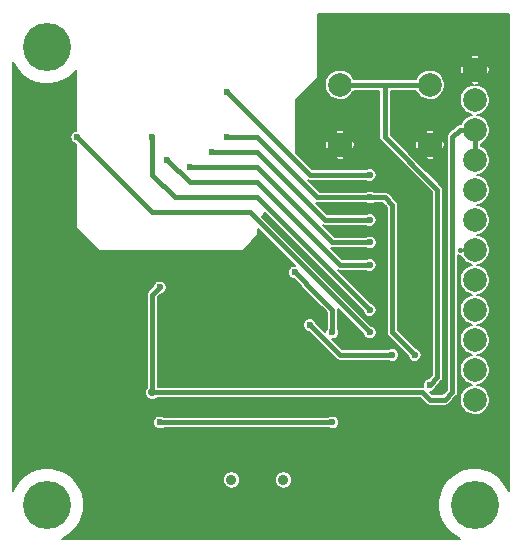
<source format=gbl>
G04 (created by PCBNEW (2013-may-18)-stable) date Fri 12 Dec 2014 10:12:50 AM CET*
%MOIN*%
G04 Gerber Fmt 3.4, Leading zero omitted, Abs format*
%FSLAX34Y34*%
G01*
G70*
G90*
G04 APERTURE LIST*
%ADD10C,0.00590551*%
%ADD11C,0.0354*%
%ADD12C,0.0787402*%
%ADD13C,0.16*%
%ADD14C,0.023622*%
%ADD15C,0.0275591*%
%ADD16C,0.015748*%
%ADD17C,0.00669291*%
G04 APERTURE END LIST*
G54D10*
G54D11*
X29634Y-38165D03*
X31366Y-38165D03*
G54D12*
X37750Y-35500D03*
X37750Y-34500D03*
X37750Y-33500D03*
X37750Y-32500D03*
X37750Y-31500D03*
X37750Y-30500D03*
X37750Y-29500D03*
X37750Y-28500D03*
X37750Y-27500D03*
X37750Y-26500D03*
X37750Y-25500D03*
X37750Y-24500D03*
X33250Y-27000D03*
X33250Y-25000D03*
X36250Y-27000D03*
X36250Y-25000D03*
G54D13*
X37750Y-39000D03*
X23500Y-39000D03*
X23500Y-23750D03*
G54D14*
X29500Y-25250D03*
X34250Y-28000D03*
X27250Y-36250D03*
X33000Y-36250D03*
X27750Y-39250D03*
X33250Y-39250D03*
X33250Y-37000D03*
X29500Y-26750D03*
X35750Y-34000D03*
X34250Y-28750D03*
X33000Y-33250D03*
X31750Y-31250D03*
X32250Y-33000D03*
X35000Y-34000D03*
X34250Y-32500D03*
X27000Y-26750D03*
X24500Y-26750D03*
X34250Y-33250D03*
X34250Y-31000D03*
X27500Y-27500D03*
X28250Y-27750D03*
X34250Y-30250D03*
X29000Y-27250D03*
X34250Y-29500D03*
X36250Y-35000D03*
G54D15*
X27000Y-35250D03*
G54D14*
X27250Y-31750D03*
G54D16*
X37250Y-30500D02*
X37250Y-30500D01*
X37250Y-30500D02*
X37250Y-30500D01*
X29500Y-25250D02*
X32250Y-28000D01*
X34250Y-28000D02*
X32250Y-28000D01*
X33000Y-36250D02*
X27250Y-36250D01*
X30500Y-26750D02*
X32500Y-28750D01*
X29500Y-26750D02*
X30500Y-26750D01*
X35000Y-33250D02*
X35750Y-34000D01*
X34750Y-28750D02*
X35000Y-29000D01*
X35000Y-29000D02*
X35000Y-33250D01*
X34750Y-28750D02*
X34250Y-28750D01*
X32500Y-28750D02*
X34250Y-28750D01*
X32500Y-32000D02*
X31750Y-31250D01*
X33000Y-32500D02*
X32500Y-32000D01*
X33000Y-33250D02*
X33000Y-32500D01*
X35000Y-34000D02*
X33250Y-34000D01*
X32250Y-33000D02*
X33250Y-34000D01*
X30500Y-28750D02*
X34250Y-32500D01*
X27000Y-26750D02*
X27000Y-28000D01*
X27000Y-28000D02*
X27750Y-28750D01*
X27750Y-28750D02*
X30500Y-28750D01*
X34250Y-32500D02*
X34250Y-32500D01*
X34250Y-32500D02*
X34250Y-32500D01*
X34250Y-32500D02*
X34250Y-32500D01*
X34250Y-33250D02*
X30250Y-29250D01*
X29000Y-29250D02*
X30250Y-29250D01*
X24500Y-26750D02*
X27000Y-29250D01*
X27000Y-29250D02*
X29000Y-29250D01*
X34250Y-33250D02*
X34250Y-33250D01*
X34250Y-33250D02*
X34250Y-33250D01*
X33250Y-31000D02*
X34250Y-31000D01*
X30500Y-28250D02*
X33250Y-31000D01*
X27500Y-27500D02*
X28250Y-28250D01*
X28250Y-28250D02*
X30500Y-28250D01*
X33250Y-31000D02*
X33250Y-31000D01*
X33250Y-31000D02*
X33250Y-31000D01*
X33000Y-30250D02*
X34250Y-30250D01*
X28250Y-27750D02*
X30500Y-27750D01*
X30500Y-27750D02*
X33000Y-30250D01*
X29000Y-27250D02*
X30500Y-27250D01*
X32750Y-29500D02*
X30500Y-27250D01*
X34250Y-29500D02*
X32750Y-29500D01*
X34750Y-25000D02*
X36250Y-25000D01*
X33250Y-25000D02*
X34750Y-25000D01*
X34750Y-26750D02*
X36500Y-28500D01*
X34750Y-25000D02*
X34750Y-26750D01*
X36500Y-34750D02*
X36500Y-28500D01*
X36250Y-35000D02*
X36500Y-34750D01*
X36500Y-28500D02*
X36500Y-28500D01*
X36500Y-28500D02*
X36500Y-28500D01*
X36500Y-28500D02*
X36500Y-28500D01*
X27000Y-35250D02*
X27000Y-32250D01*
X27000Y-32000D02*
X27250Y-31750D01*
X27000Y-32250D02*
X27000Y-32000D01*
X37750Y-26500D02*
X37750Y-27500D01*
X37000Y-35250D02*
X37000Y-26750D01*
X36750Y-35500D02*
X37000Y-35250D01*
X36250Y-35500D02*
X36000Y-35250D01*
X27000Y-35250D02*
X32250Y-35250D01*
X36000Y-35250D02*
X32250Y-35250D01*
X36250Y-35500D02*
X36750Y-35500D01*
X37250Y-26500D02*
X37750Y-26500D01*
X37000Y-26750D02*
X37250Y-26500D01*
G54D10*
G36*
X38879Y-38520D02*
X38838Y-38421D01*
X38705Y-38220D01*
X38536Y-38049D01*
X38336Y-37915D01*
X38255Y-37881D01*
X38255Y-35450D01*
X38236Y-35353D01*
X38198Y-35261D01*
X38143Y-35178D01*
X38074Y-35108D01*
X37991Y-35052D01*
X37900Y-35014D01*
X37829Y-34999D01*
X37886Y-34989D01*
X37979Y-34953D01*
X38062Y-34900D01*
X38134Y-34832D01*
X38192Y-34751D01*
X38232Y-34660D01*
X38254Y-34563D01*
X38255Y-34450D01*
X38236Y-34353D01*
X38198Y-34261D01*
X38143Y-34178D01*
X38074Y-34108D01*
X37991Y-34052D01*
X37900Y-34014D01*
X37829Y-33999D01*
X37886Y-33989D01*
X37979Y-33953D01*
X38062Y-33900D01*
X38134Y-33832D01*
X38192Y-33751D01*
X38232Y-33660D01*
X38254Y-33563D01*
X38255Y-33450D01*
X38236Y-33353D01*
X38198Y-33261D01*
X38143Y-33178D01*
X38074Y-33108D01*
X37991Y-33052D01*
X37900Y-33014D01*
X37829Y-32999D01*
X37886Y-32989D01*
X37979Y-32953D01*
X38062Y-32900D01*
X38134Y-32832D01*
X38192Y-32751D01*
X38232Y-32660D01*
X38254Y-32563D01*
X38255Y-32450D01*
X38236Y-32353D01*
X38198Y-32261D01*
X38143Y-32178D01*
X38074Y-32108D01*
X37991Y-32052D01*
X37900Y-32014D01*
X37829Y-31999D01*
X37886Y-31989D01*
X37979Y-31953D01*
X38062Y-31900D01*
X38134Y-31832D01*
X38192Y-31751D01*
X38232Y-31660D01*
X38254Y-31563D01*
X38255Y-31450D01*
X38236Y-31353D01*
X38198Y-31261D01*
X38143Y-31178D01*
X38074Y-31108D01*
X37991Y-31052D01*
X37900Y-31014D01*
X37829Y-30999D01*
X37886Y-30989D01*
X37979Y-30953D01*
X38062Y-30900D01*
X38134Y-30832D01*
X38192Y-30751D01*
X38232Y-30660D01*
X38254Y-30563D01*
X38255Y-30450D01*
X38236Y-30353D01*
X38198Y-30261D01*
X38143Y-30178D01*
X38074Y-30108D01*
X37991Y-30052D01*
X37900Y-30014D01*
X37829Y-29999D01*
X37886Y-29989D01*
X37979Y-29953D01*
X38062Y-29900D01*
X38134Y-29832D01*
X38192Y-29751D01*
X38232Y-29660D01*
X38254Y-29563D01*
X38255Y-29450D01*
X38236Y-29353D01*
X38198Y-29261D01*
X38143Y-29178D01*
X38074Y-29108D01*
X37991Y-29052D01*
X37900Y-29014D01*
X37829Y-28999D01*
X37886Y-28989D01*
X37979Y-28953D01*
X38062Y-28900D01*
X38134Y-28832D01*
X38192Y-28751D01*
X38232Y-28660D01*
X38254Y-28563D01*
X38255Y-28450D01*
X38236Y-28353D01*
X38198Y-28261D01*
X38143Y-28178D01*
X38074Y-28108D01*
X37991Y-28052D01*
X37900Y-28014D01*
X37829Y-27999D01*
X37886Y-27989D01*
X37979Y-27953D01*
X38062Y-27900D01*
X38134Y-27832D01*
X38192Y-27751D01*
X38232Y-27660D01*
X38254Y-27563D01*
X38255Y-27450D01*
X38236Y-27353D01*
X38198Y-27261D01*
X38143Y-27178D01*
X38074Y-27108D01*
X37991Y-27052D01*
X37940Y-27031D01*
X37940Y-26968D01*
X37979Y-26953D01*
X38062Y-26900D01*
X38134Y-26832D01*
X38192Y-26751D01*
X38232Y-26660D01*
X38254Y-26563D01*
X38255Y-26450D01*
X38236Y-26353D01*
X38198Y-26261D01*
X38143Y-26178D01*
X38074Y-26108D01*
X37991Y-26052D01*
X37900Y-26014D01*
X37829Y-25999D01*
X37886Y-25989D01*
X37979Y-25953D01*
X38062Y-25900D01*
X38134Y-25832D01*
X38192Y-25751D01*
X38232Y-25660D01*
X38254Y-25563D01*
X38255Y-25450D01*
X38246Y-25401D01*
X38246Y-24512D01*
X38239Y-24415D01*
X38234Y-24391D01*
X38192Y-24336D01*
X38028Y-24500D01*
X38192Y-24663D01*
X38234Y-24608D01*
X38246Y-24512D01*
X38246Y-25401D01*
X38236Y-25353D01*
X38198Y-25261D01*
X38143Y-25178D01*
X38074Y-25108D01*
X37991Y-25052D01*
X37900Y-25014D01*
X37803Y-24994D01*
X37767Y-24994D01*
X37834Y-24989D01*
X37858Y-24984D01*
X37913Y-24942D01*
X37913Y-24057D01*
X37858Y-24015D01*
X37762Y-24003D01*
X37665Y-24010D01*
X37641Y-24015D01*
X37586Y-24057D01*
X37750Y-24221D01*
X37913Y-24057D01*
X37913Y-24942D01*
X37750Y-24778D01*
X37586Y-24942D01*
X37641Y-24984D01*
X37717Y-24993D01*
X37703Y-24993D01*
X37606Y-25012D01*
X37514Y-25049D01*
X37471Y-25077D01*
X37471Y-24500D01*
X37307Y-24336D01*
X37265Y-24391D01*
X37253Y-24487D01*
X37260Y-24584D01*
X37265Y-24608D01*
X37307Y-24663D01*
X37471Y-24500D01*
X37471Y-25077D01*
X37431Y-25103D01*
X37360Y-25173D01*
X37304Y-25255D01*
X37265Y-25346D01*
X37244Y-25443D01*
X37243Y-25542D01*
X37261Y-25640D01*
X37297Y-25732D01*
X37351Y-25815D01*
X37420Y-25887D01*
X37501Y-25943D01*
X37592Y-25983D01*
X37669Y-26000D01*
X37606Y-26012D01*
X37514Y-26049D01*
X37431Y-26103D01*
X37360Y-26173D01*
X37304Y-26255D01*
X37281Y-26309D01*
X37250Y-26309D01*
X37232Y-26310D01*
X37214Y-26312D01*
X37213Y-26312D01*
X37212Y-26312D01*
X37196Y-26317D01*
X37179Y-26322D01*
X37178Y-26323D01*
X37177Y-26323D01*
X37161Y-26331D01*
X37146Y-26339D01*
X37145Y-26340D01*
X37144Y-26340D01*
X37130Y-26352D01*
X37116Y-26363D01*
X37115Y-26364D01*
X37115Y-26364D01*
X37115Y-26364D01*
X37114Y-26364D01*
X36864Y-26614D01*
X36853Y-26628D01*
X36842Y-26642D01*
X36841Y-26643D01*
X36841Y-26643D01*
X36832Y-26659D01*
X36824Y-26674D01*
X36824Y-26675D01*
X36823Y-26676D01*
X36818Y-26693D01*
X36813Y-26710D01*
X36813Y-26711D01*
X36812Y-26712D01*
X36811Y-26729D01*
X36809Y-26747D01*
X36809Y-26749D01*
X36809Y-26749D01*
X36809Y-26749D01*
X36809Y-26750D01*
X36809Y-35170D01*
X36746Y-35233D01*
X36746Y-27012D01*
X36739Y-26915D01*
X36734Y-26891D01*
X36692Y-26836D01*
X36528Y-27000D01*
X36692Y-27163D01*
X36734Y-27108D01*
X36746Y-27012D01*
X36746Y-35233D01*
X36670Y-35309D01*
X36329Y-35309D01*
X36250Y-35230D01*
X36267Y-35230D01*
X36312Y-35222D01*
X36354Y-35206D01*
X36392Y-35182D01*
X36425Y-35151D01*
X36451Y-35114D01*
X36469Y-35073D01*
X36476Y-35043D01*
X36635Y-34885D01*
X36646Y-34871D01*
X36657Y-34857D01*
X36658Y-34856D01*
X36658Y-34856D01*
X36667Y-34840D01*
X36675Y-34825D01*
X36675Y-34824D01*
X36676Y-34823D01*
X36681Y-34806D01*
X36686Y-34789D01*
X36686Y-34788D01*
X36687Y-34787D01*
X36688Y-34770D01*
X36690Y-34752D01*
X36690Y-34750D01*
X36690Y-34750D01*
X36690Y-34750D01*
X36690Y-34750D01*
X36690Y-28500D01*
X36689Y-28482D01*
X36687Y-28464D01*
X36687Y-28464D01*
X36687Y-28464D01*
X36687Y-28463D01*
X36687Y-28462D01*
X36682Y-28446D01*
X36677Y-28429D01*
X36677Y-28428D01*
X36677Y-28428D01*
X36676Y-28427D01*
X36676Y-28427D01*
X36668Y-28411D01*
X36660Y-28396D01*
X36659Y-28395D01*
X36659Y-28395D01*
X36659Y-28394D01*
X36659Y-28394D01*
X36647Y-28380D01*
X36636Y-28366D01*
X36636Y-28366D01*
X36636Y-28366D01*
X36636Y-28366D01*
X36635Y-28365D01*
X36635Y-28365D01*
X36635Y-28365D01*
X36635Y-28364D01*
X36413Y-28143D01*
X36413Y-27442D01*
X36413Y-26557D01*
X36358Y-26515D01*
X36262Y-26503D01*
X36165Y-26510D01*
X36141Y-26515D01*
X36086Y-26557D01*
X36250Y-26721D01*
X36413Y-26557D01*
X36413Y-27442D01*
X36250Y-27278D01*
X36086Y-27442D01*
X36141Y-27484D01*
X36237Y-27496D01*
X36334Y-27489D01*
X36358Y-27484D01*
X36413Y-27442D01*
X36413Y-28143D01*
X35971Y-27701D01*
X35971Y-27000D01*
X35807Y-26836D01*
X35765Y-26891D01*
X35753Y-26987D01*
X35760Y-27084D01*
X35765Y-27108D01*
X35807Y-27163D01*
X35971Y-27000D01*
X35971Y-27701D01*
X34940Y-26670D01*
X34940Y-25190D01*
X35781Y-25190D01*
X35797Y-25232D01*
X35851Y-25315D01*
X35920Y-25387D01*
X36001Y-25443D01*
X36092Y-25483D01*
X36189Y-25504D01*
X36289Y-25506D01*
X36386Y-25489D01*
X36479Y-25453D01*
X36562Y-25400D01*
X36634Y-25332D01*
X36692Y-25251D01*
X36732Y-25160D01*
X36754Y-25063D01*
X36755Y-24950D01*
X36736Y-24853D01*
X36698Y-24761D01*
X36643Y-24678D01*
X36574Y-24608D01*
X36491Y-24552D01*
X36400Y-24514D01*
X36303Y-24494D01*
X36203Y-24493D01*
X36106Y-24512D01*
X36014Y-24549D01*
X35931Y-24603D01*
X35860Y-24673D01*
X35804Y-24755D01*
X35781Y-24809D01*
X34750Y-24809D01*
X33718Y-24809D01*
X33698Y-24761D01*
X33643Y-24678D01*
X33574Y-24608D01*
X33491Y-24552D01*
X33400Y-24514D01*
X33303Y-24494D01*
X33203Y-24493D01*
X33106Y-24512D01*
X33014Y-24549D01*
X32931Y-24603D01*
X32860Y-24673D01*
X32804Y-24755D01*
X32765Y-24846D01*
X32744Y-24943D01*
X32743Y-25042D01*
X32761Y-25140D01*
X32797Y-25232D01*
X32851Y-25315D01*
X32920Y-25387D01*
X33001Y-25443D01*
X33092Y-25483D01*
X33189Y-25504D01*
X33289Y-25506D01*
X33386Y-25489D01*
X33479Y-25453D01*
X33562Y-25400D01*
X33634Y-25332D01*
X33692Y-25251D01*
X33718Y-25190D01*
X34559Y-25190D01*
X34559Y-26750D01*
X34560Y-26767D01*
X34562Y-26785D01*
X34562Y-26786D01*
X34562Y-26787D01*
X34567Y-26803D01*
X34572Y-26820D01*
X34573Y-26821D01*
X34573Y-26822D01*
X34581Y-26838D01*
X34589Y-26853D01*
X34590Y-26854D01*
X34590Y-26855D01*
X34602Y-26869D01*
X34613Y-26883D01*
X34614Y-26884D01*
X34614Y-26884D01*
X34614Y-26884D01*
X34614Y-26885D01*
X36309Y-28579D01*
X36309Y-34670D01*
X36206Y-34773D01*
X36184Y-34777D01*
X36142Y-34794D01*
X36104Y-34819D01*
X36072Y-34851D01*
X36047Y-34888D01*
X36029Y-34930D01*
X36020Y-34974D01*
X36019Y-35019D01*
X36027Y-35061D01*
X36020Y-35061D01*
X36002Y-35059D01*
X36000Y-35059D01*
X36000Y-35059D01*
X36000Y-35059D01*
X36000Y-35059D01*
X32250Y-35059D01*
X27190Y-35059D01*
X27190Y-32250D01*
X27190Y-32079D01*
X27293Y-31976D01*
X27312Y-31972D01*
X27354Y-31956D01*
X27392Y-31932D01*
X27425Y-31901D01*
X27451Y-31864D01*
X27469Y-31823D01*
X27479Y-31779D01*
X27480Y-31727D01*
X27471Y-31683D01*
X27454Y-31641D01*
X27429Y-31603D01*
X27397Y-31571D01*
X27360Y-31546D01*
X27318Y-31528D01*
X27274Y-31519D01*
X27229Y-31519D01*
X27184Y-31527D01*
X27142Y-31544D01*
X27104Y-31569D01*
X27072Y-31601D01*
X27047Y-31638D01*
X27029Y-31680D01*
X27023Y-31706D01*
X26864Y-31864D01*
X26853Y-31878D01*
X26842Y-31892D01*
X26841Y-31893D01*
X26841Y-31893D01*
X26832Y-31909D01*
X26824Y-31924D01*
X26824Y-31925D01*
X26823Y-31926D01*
X26818Y-31943D01*
X26813Y-31960D01*
X26813Y-31961D01*
X26812Y-31962D01*
X26811Y-31979D01*
X26809Y-31997D01*
X26809Y-31999D01*
X26809Y-31999D01*
X26809Y-31999D01*
X26809Y-32000D01*
X26809Y-32250D01*
X26809Y-35087D01*
X26807Y-35088D01*
X26779Y-35128D01*
X26760Y-35174D01*
X26750Y-35221D01*
X26749Y-35271D01*
X26758Y-35319D01*
X26776Y-35364D01*
X26803Y-35406D01*
X26837Y-35441D01*
X26877Y-35469D01*
X26922Y-35488D01*
X26970Y-35499D01*
X27019Y-35500D01*
X27067Y-35491D01*
X27113Y-35474D01*
X27154Y-35447D01*
X27162Y-35440D01*
X32250Y-35440D01*
X35920Y-35440D01*
X36114Y-35635D01*
X36128Y-35646D01*
X36142Y-35657D01*
X36143Y-35658D01*
X36143Y-35658D01*
X36159Y-35667D01*
X36174Y-35675D01*
X36175Y-35675D01*
X36176Y-35676D01*
X36193Y-35681D01*
X36210Y-35686D01*
X36211Y-35686D01*
X36212Y-35687D01*
X36229Y-35688D01*
X36247Y-35690D01*
X36249Y-35690D01*
X36249Y-35690D01*
X36249Y-35690D01*
X36250Y-35690D01*
X36750Y-35690D01*
X36767Y-35689D01*
X36785Y-35687D01*
X36786Y-35687D01*
X36787Y-35687D01*
X36803Y-35682D01*
X36820Y-35677D01*
X36821Y-35676D01*
X36822Y-35676D01*
X36838Y-35668D01*
X36853Y-35660D01*
X36854Y-35659D01*
X36855Y-35659D01*
X36869Y-35647D01*
X36883Y-35636D01*
X36884Y-35635D01*
X36884Y-35635D01*
X36884Y-35635D01*
X36885Y-35635D01*
X37135Y-35385D01*
X37146Y-35371D01*
X37157Y-35357D01*
X37158Y-35356D01*
X37158Y-35356D01*
X37167Y-35340D01*
X37175Y-35325D01*
X37175Y-35324D01*
X37176Y-35323D01*
X37181Y-35306D01*
X37186Y-35289D01*
X37186Y-35288D01*
X37187Y-35287D01*
X37188Y-35270D01*
X37190Y-35252D01*
X37190Y-35250D01*
X37190Y-35250D01*
X37190Y-35250D01*
X37190Y-35250D01*
X37190Y-30680D01*
X37210Y-30686D01*
X37247Y-30690D01*
X37250Y-30690D01*
X37280Y-30687D01*
X37297Y-30732D01*
X37351Y-30815D01*
X37420Y-30887D01*
X37501Y-30943D01*
X37592Y-30983D01*
X37669Y-31000D01*
X37606Y-31012D01*
X37514Y-31049D01*
X37431Y-31103D01*
X37360Y-31173D01*
X37304Y-31255D01*
X37265Y-31346D01*
X37244Y-31443D01*
X37243Y-31542D01*
X37261Y-31640D01*
X37297Y-31732D01*
X37351Y-31815D01*
X37420Y-31887D01*
X37501Y-31943D01*
X37592Y-31983D01*
X37669Y-32000D01*
X37606Y-32012D01*
X37514Y-32049D01*
X37431Y-32103D01*
X37360Y-32173D01*
X37304Y-32255D01*
X37265Y-32346D01*
X37244Y-32443D01*
X37243Y-32542D01*
X37261Y-32640D01*
X37297Y-32732D01*
X37351Y-32815D01*
X37420Y-32887D01*
X37501Y-32943D01*
X37592Y-32983D01*
X37669Y-33000D01*
X37606Y-33012D01*
X37514Y-33049D01*
X37431Y-33103D01*
X37360Y-33173D01*
X37304Y-33255D01*
X37265Y-33346D01*
X37244Y-33443D01*
X37243Y-33542D01*
X37261Y-33640D01*
X37297Y-33732D01*
X37351Y-33815D01*
X37420Y-33887D01*
X37501Y-33943D01*
X37592Y-33983D01*
X37669Y-34000D01*
X37606Y-34012D01*
X37514Y-34049D01*
X37431Y-34103D01*
X37360Y-34173D01*
X37304Y-34255D01*
X37265Y-34346D01*
X37244Y-34443D01*
X37243Y-34542D01*
X37261Y-34640D01*
X37297Y-34732D01*
X37351Y-34815D01*
X37420Y-34887D01*
X37501Y-34943D01*
X37592Y-34983D01*
X37669Y-35000D01*
X37606Y-35012D01*
X37514Y-35049D01*
X37431Y-35103D01*
X37360Y-35173D01*
X37304Y-35255D01*
X37265Y-35346D01*
X37244Y-35443D01*
X37243Y-35542D01*
X37261Y-35640D01*
X37297Y-35732D01*
X37351Y-35815D01*
X37420Y-35887D01*
X37501Y-35943D01*
X37592Y-35983D01*
X37689Y-36004D01*
X37789Y-36006D01*
X37886Y-35989D01*
X37979Y-35953D01*
X38062Y-35900D01*
X38134Y-35832D01*
X38192Y-35751D01*
X38232Y-35660D01*
X38254Y-35563D01*
X38255Y-35450D01*
X38255Y-37881D01*
X38114Y-37822D01*
X37878Y-37773D01*
X37638Y-37771D01*
X37401Y-37817D01*
X37178Y-37907D01*
X36977Y-38038D01*
X36805Y-38207D01*
X36669Y-38405D01*
X36574Y-38627D01*
X36524Y-38862D01*
X36521Y-39103D01*
X36564Y-39339D01*
X36653Y-39563D01*
X36783Y-39765D01*
X36950Y-39939D01*
X37148Y-40076D01*
X37270Y-40129D01*
X33230Y-40129D01*
X33230Y-36227D01*
X33221Y-36183D01*
X33204Y-36141D01*
X33179Y-36103D01*
X33147Y-36071D01*
X33110Y-36046D01*
X33068Y-36028D01*
X33024Y-36019D01*
X32979Y-36019D01*
X32934Y-36027D01*
X32892Y-36044D01*
X32871Y-36059D01*
X27378Y-36059D01*
X27360Y-36046D01*
X27318Y-36028D01*
X27274Y-36019D01*
X27229Y-36019D01*
X27184Y-36027D01*
X27142Y-36044D01*
X27104Y-36069D01*
X27072Y-36101D01*
X27047Y-36138D01*
X27029Y-36180D01*
X27020Y-36224D01*
X27019Y-36269D01*
X27027Y-36313D01*
X27044Y-36355D01*
X27068Y-36393D01*
X27100Y-36426D01*
X27137Y-36452D01*
X27178Y-36470D01*
X27222Y-36479D01*
X27267Y-36480D01*
X27312Y-36472D01*
X27354Y-36456D01*
X27378Y-36440D01*
X32871Y-36440D01*
X32887Y-36452D01*
X32928Y-36470D01*
X32972Y-36479D01*
X33017Y-36480D01*
X33062Y-36472D01*
X33104Y-36456D01*
X33142Y-36432D01*
X33175Y-36401D01*
X33201Y-36364D01*
X33219Y-36323D01*
X33229Y-36279D01*
X33230Y-36227D01*
X33230Y-40129D01*
X31655Y-40129D01*
X31655Y-38136D01*
X31644Y-38081D01*
X31622Y-38028D01*
X31591Y-37981D01*
X31551Y-37941D01*
X31504Y-37909D01*
X31451Y-37887D01*
X31396Y-37875D01*
X31339Y-37875D01*
X31283Y-37886D01*
X31231Y-37907D01*
X31183Y-37938D01*
X31143Y-37978D01*
X31111Y-38025D01*
X31088Y-38077D01*
X31077Y-38132D01*
X31076Y-38189D01*
X31086Y-38245D01*
X31107Y-38297D01*
X31138Y-38345D01*
X31177Y-38386D01*
X31224Y-38418D01*
X31276Y-38441D01*
X31331Y-38453D01*
X31388Y-38454D01*
X31444Y-38444D01*
X31497Y-38424D01*
X31544Y-38393D01*
X31585Y-38354D01*
X31618Y-38308D01*
X31641Y-38256D01*
X31654Y-38201D01*
X31655Y-38136D01*
X31655Y-40129D01*
X29923Y-40129D01*
X29923Y-38136D01*
X29912Y-38081D01*
X29890Y-38028D01*
X29859Y-37981D01*
X29819Y-37941D01*
X29772Y-37909D01*
X29719Y-37887D01*
X29664Y-37875D01*
X29607Y-37875D01*
X29551Y-37886D01*
X29499Y-37907D01*
X29451Y-37938D01*
X29411Y-37978D01*
X29379Y-38025D01*
X29356Y-38077D01*
X29345Y-38132D01*
X29344Y-38189D01*
X29354Y-38245D01*
X29375Y-38297D01*
X29406Y-38345D01*
X29445Y-38386D01*
X29492Y-38418D01*
X29544Y-38441D01*
X29599Y-38453D01*
X29656Y-38454D01*
X29712Y-38444D01*
X29765Y-38424D01*
X29812Y-38393D01*
X29853Y-38354D01*
X29886Y-38308D01*
X29909Y-38256D01*
X29922Y-38201D01*
X29923Y-38136D01*
X29923Y-40129D01*
X23980Y-40129D01*
X24055Y-40100D01*
X24259Y-39971D01*
X24433Y-39805D01*
X24572Y-39609D01*
X24670Y-39389D01*
X24723Y-39154D01*
X24727Y-38879D01*
X24680Y-38643D01*
X24588Y-38421D01*
X24455Y-38220D01*
X24286Y-38049D01*
X24086Y-37915D01*
X23864Y-37822D01*
X23628Y-37773D01*
X23388Y-37771D01*
X23151Y-37817D01*
X22928Y-37907D01*
X22727Y-38038D01*
X22555Y-38207D01*
X22419Y-38405D01*
X22370Y-38521D01*
X22370Y-24229D01*
X22403Y-24313D01*
X22533Y-24515D01*
X22700Y-24689D01*
X22898Y-24826D01*
X23118Y-24922D01*
X23353Y-24974D01*
X23594Y-24979D01*
X23831Y-24937D01*
X24055Y-24850D01*
X24259Y-24721D01*
X24433Y-24555D01*
X24466Y-24508D01*
X24466Y-26521D01*
X24434Y-26527D01*
X24392Y-26544D01*
X24354Y-26569D01*
X24322Y-26601D01*
X24297Y-26638D01*
X24279Y-26680D01*
X24270Y-26724D01*
X24269Y-26769D01*
X24277Y-26813D01*
X24294Y-26855D01*
X24318Y-26893D01*
X24350Y-26926D01*
X24387Y-26952D01*
X24428Y-26970D01*
X24456Y-26976D01*
X24466Y-26986D01*
X24466Y-29763D01*
X25236Y-30533D01*
X30013Y-30533D01*
X30533Y-30013D01*
X30533Y-29803D01*
X31749Y-31019D01*
X31729Y-31019D01*
X31684Y-31027D01*
X31642Y-31044D01*
X31604Y-31069D01*
X31572Y-31101D01*
X31547Y-31138D01*
X31529Y-31180D01*
X31520Y-31224D01*
X31519Y-31269D01*
X31527Y-31313D01*
X31544Y-31355D01*
X31568Y-31393D01*
X31600Y-31426D01*
X31637Y-31452D01*
X31678Y-31470D01*
X31706Y-31476D01*
X32364Y-32134D01*
X32364Y-32135D01*
X32809Y-32579D01*
X32809Y-33121D01*
X32797Y-33138D01*
X32779Y-33180D01*
X32770Y-33224D01*
X32769Y-33249D01*
X32476Y-32956D01*
X32471Y-32933D01*
X32454Y-32891D01*
X32429Y-32853D01*
X32397Y-32821D01*
X32360Y-32796D01*
X32318Y-32778D01*
X32274Y-32769D01*
X32229Y-32769D01*
X32184Y-32777D01*
X32142Y-32794D01*
X32104Y-32819D01*
X32072Y-32851D01*
X32047Y-32888D01*
X32029Y-32930D01*
X32020Y-32974D01*
X32019Y-33019D01*
X32027Y-33063D01*
X32044Y-33105D01*
X32068Y-33143D01*
X32100Y-33176D01*
X32137Y-33202D01*
X32178Y-33220D01*
X32206Y-33226D01*
X33114Y-34135D01*
X33128Y-34146D01*
X33142Y-34157D01*
X33143Y-34158D01*
X33143Y-34158D01*
X33159Y-34167D01*
X33174Y-34175D01*
X33175Y-34175D01*
X33176Y-34176D01*
X33193Y-34181D01*
X33210Y-34186D01*
X33211Y-34186D01*
X33212Y-34187D01*
X33229Y-34188D01*
X33247Y-34190D01*
X33249Y-34190D01*
X33249Y-34190D01*
X33249Y-34190D01*
X33250Y-34190D01*
X34871Y-34190D01*
X34887Y-34202D01*
X34928Y-34220D01*
X34972Y-34229D01*
X35017Y-34230D01*
X35062Y-34222D01*
X35104Y-34206D01*
X35142Y-34182D01*
X35175Y-34151D01*
X35201Y-34114D01*
X35219Y-34073D01*
X35229Y-34029D01*
X35230Y-33977D01*
X35221Y-33933D01*
X35204Y-33891D01*
X35179Y-33853D01*
X35147Y-33821D01*
X35110Y-33796D01*
X35068Y-33778D01*
X35024Y-33769D01*
X34979Y-33769D01*
X34934Y-33777D01*
X34892Y-33794D01*
X34871Y-33809D01*
X33329Y-33809D01*
X33000Y-33480D01*
X33017Y-33480D01*
X33062Y-33472D01*
X33104Y-33456D01*
X33142Y-33432D01*
X33175Y-33401D01*
X33201Y-33364D01*
X33219Y-33323D01*
X33229Y-33279D01*
X33230Y-33227D01*
X33221Y-33183D01*
X33204Y-33141D01*
X33190Y-33121D01*
X33190Y-32500D01*
X33189Y-32482D01*
X33187Y-32464D01*
X33187Y-32463D01*
X33187Y-32462D01*
X33184Y-32454D01*
X34023Y-33293D01*
X34027Y-33313D01*
X34044Y-33355D01*
X34068Y-33393D01*
X34100Y-33426D01*
X34137Y-33452D01*
X34178Y-33470D01*
X34222Y-33479D01*
X34267Y-33480D01*
X34312Y-33472D01*
X34354Y-33456D01*
X34392Y-33432D01*
X34425Y-33401D01*
X34451Y-33364D01*
X34469Y-33323D01*
X34479Y-33279D01*
X34480Y-33227D01*
X34471Y-33183D01*
X34454Y-33141D01*
X34429Y-33103D01*
X34397Y-33071D01*
X34360Y-33046D01*
X34318Y-33028D01*
X34293Y-33023D01*
X30658Y-29388D01*
X30763Y-29283D01*
X34023Y-32543D01*
X34027Y-32563D01*
X34044Y-32605D01*
X34068Y-32643D01*
X34100Y-32676D01*
X34137Y-32702D01*
X34178Y-32720D01*
X34222Y-32729D01*
X34267Y-32730D01*
X34312Y-32722D01*
X34354Y-32706D01*
X34392Y-32682D01*
X34425Y-32651D01*
X34451Y-32614D01*
X34469Y-32573D01*
X34479Y-32529D01*
X34480Y-32477D01*
X34471Y-32433D01*
X34454Y-32391D01*
X34429Y-32353D01*
X34397Y-32321D01*
X34360Y-32296D01*
X34318Y-32278D01*
X34293Y-32273D01*
X33205Y-31185D01*
X33210Y-31186D01*
X33211Y-31186D01*
X33212Y-31187D01*
X33229Y-31188D01*
X33247Y-31190D01*
X33249Y-31190D01*
X33249Y-31190D01*
X33249Y-31190D01*
X33250Y-31190D01*
X34121Y-31190D01*
X34137Y-31202D01*
X34178Y-31220D01*
X34222Y-31229D01*
X34267Y-31230D01*
X34312Y-31222D01*
X34354Y-31206D01*
X34392Y-31182D01*
X34425Y-31151D01*
X34451Y-31114D01*
X34469Y-31073D01*
X34479Y-31029D01*
X34480Y-30977D01*
X34471Y-30933D01*
X34454Y-30891D01*
X34429Y-30853D01*
X34397Y-30821D01*
X34360Y-30796D01*
X34318Y-30778D01*
X34274Y-30769D01*
X34229Y-30769D01*
X34184Y-30777D01*
X34142Y-30794D01*
X34121Y-30809D01*
X33329Y-30809D01*
X32955Y-30435D01*
X32960Y-30436D01*
X32961Y-30436D01*
X32962Y-30437D01*
X32979Y-30438D01*
X32997Y-30440D01*
X32999Y-30440D01*
X32999Y-30440D01*
X32999Y-30440D01*
X33000Y-30440D01*
X34121Y-30440D01*
X34137Y-30452D01*
X34178Y-30470D01*
X34222Y-30479D01*
X34267Y-30480D01*
X34312Y-30472D01*
X34354Y-30456D01*
X34392Y-30432D01*
X34425Y-30401D01*
X34451Y-30364D01*
X34469Y-30323D01*
X34479Y-30279D01*
X34480Y-30227D01*
X34471Y-30183D01*
X34454Y-30141D01*
X34429Y-30103D01*
X34397Y-30071D01*
X34360Y-30046D01*
X34318Y-30028D01*
X34274Y-30019D01*
X34229Y-30019D01*
X34184Y-30027D01*
X34142Y-30044D01*
X34121Y-30059D01*
X33079Y-30059D01*
X32705Y-29685D01*
X32710Y-29686D01*
X32711Y-29686D01*
X32712Y-29687D01*
X32729Y-29688D01*
X32747Y-29690D01*
X32749Y-29690D01*
X32749Y-29690D01*
X32749Y-29690D01*
X32750Y-29690D01*
X34121Y-29690D01*
X34137Y-29702D01*
X34178Y-29720D01*
X34222Y-29729D01*
X34267Y-29730D01*
X34312Y-29722D01*
X34354Y-29706D01*
X34392Y-29682D01*
X34425Y-29651D01*
X34451Y-29614D01*
X34469Y-29573D01*
X34479Y-29529D01*
X34480Y-29477D01*
X34471Y-29433D01*
X34454Y-29391D01*
X34429Y-29353D01*
X34397Y-29321D01*
X34360Y-29296D01*
X34318Y-29278D01*
X34274Y-29269D01*
X34229Y-29269D01*
X34184Y-29277D01*
X34142Y-29294D01*
X34121Y-29309D01*
X32829Y-29309D01*
X32455Y-28935D01*
X32460Y-28936D01*
X32461Y-28936D01*
X32462Y-28937D01*
X32479Y-28938D01*
X32497Y-28940D01*
X32499Y-28940D01*
X32499Y-28940D01*
X32499Y-28940D01*
X32500Y-28940D01*
X34121Y-28940D01*
X34137Y-28952D01*
X34178Y-28970D01*
X34222Y-28979D01*
X34267Y-28980D01*
X34312Y-28972D01*
X34354Y-28956D01*
X34378Y-28940D01*
X34670Y-28940D01*
X34809Y-29079D01*
X34809Y-33250D01*
X34810Y-33267D01*
X34812Y-33285D01*
X34812Y-33286D01*
X34812Y-33287D01*
X34817Y-33303D01*
X34822Y-33320D01*
X34823Y-33321D01*
X34823Y-33322D01*
X34831Y-33338D01*
X34839Y-33353D01*
X34840Y-33354D01*
X34840Y-33355D01*
X34852Y-33369D01*
X34863Y-33383D01*
X34864Y-33384D01*
X34864Y-33384D01*
X34864Y-33384D01*
X34864Y-33385D01*
X35523Y-34043D01*
X35527Y-34063D01*
X35544Y-34105D01*
X35568Y-34143D01*
X35600Y-34176D01*
X35637Y-34202D01*
X35678Y-34220D01*
X35722Y-34229D01*
X35767Y-34230D01*
X35812Y-34222D01*
X35854Y-34206D01*
X35892Y-34182D01*
X35925Y-34151D01*
X35951Y-34114D01*
X35969Y-34073D01*
X35979Y-34029D01*
X35980Y-33977D01*
X35971Y-33933D01*
X35954Y-33891D01*
X35929Y-33853D01*
X35897Y-33821D01*
X35860Y-33796D01*
X35818Y-33778D01*
X35793Y-33773D01*
X35190Y-33170D01*
X35190Y-29000D01*
X35189Y-28982D01*
X35187Y-28964D01*
X35187Y-28963D01*
X35187Y-28962D01*
X35182Y-28946D01*
X35177Y-28929D01*
X35176Y-28928D01*
X35176Y-28927D01*
X35168Y-28911D01*
X35160Y-28896D01*
X35159Y-28895D01*
X35159Y-28894D01*
X35147Y-28880D01*
X35136Y-28866D01*
X35135Y-28865D01*
X35135Y-28865D01*
X35135Y-28865D01*
X35135Y-28864D01*
X34885Y-28614D01*
X34871Y-28603D01*
X34857Y-28592D01*
X34856Y-28591D01*
X34856Y-28591D01*
X34840Y-28582D01*
X34825Y-28574D01*
X34824Y-28574D01*
X34823Y-28573D01*
X34806Y-28568D01*
X34789Y-28563D01*
X34788Y-28563D01*
X34787Y-28562D01*
X34770Y-28561D01*
X34752Y-28559D01*
X34750Y-28559D01*
X34750Y-28559D01*
X34750Y-28559D01*
X34750Y-28559D01*
X34378Y-28559D01*
X34360Y-28546D01*
X34318Y-28528D01*
X34274Y-28519D01*
X34229Y-28519D01*
X34184Y-28527D01*
X34142Y-28544D01*
X34121Y-28559D01*
X32579Y-28559D01*
X32205Y-28185D01*
X32210Y-28186D01*
X32211Y-28186D01*
X32212Y-28187D01*
X32229Y-28188D01*
X32247Y-28190D01*
X32249Y-28190D01*
X32249Y-28190D01*
X32249Y-28190D01*
X32250Y-28190D01*
X34121Y-28190D01*
X34137Y-28202D01*
X34178Y-28220D01*
X34222Y-28229D01*
X34267Y-28230D01*
X34312Y-28222D01*
X34354Y-28206D01*
X34392Y-28182D01*
X34425Y-28151D01*
X34451Y-28114D01*
X34469Y-28073D01*
X34479Y-28029D01*
X34480Y-27977D01*
X34471Y-27933D01*
X34454Y-27891D01*
X34429Y-27853D01*
X34397Y-27821D01*
X34360Y-27796D01*
X34318Y-27778D01*
X34274Y-27769D01*
X34229Y-27769D01*
X34184Y-27777D01*
X34142Y-27794D01*
X34121Y-27809D01*
X33746Y-27809D01*
X33746Y-27012D01*
X33739Y-26915D01*
X33734Y-26891D01*
X33692Y-26836D01*
X33528Y-27000D01*
X33692Y-27163D01*
X33734Y-27108D01*
X33746Y-27012D01*
X33746Y-27809D01*
X33413Y-27809D01*
X33413Y-27442D01*
X33413Y-26557D01*
X33358Y-26515D01*
X33262Y-26503D01*
X33165Y-26510D01*
X33141Y-26515D01*
X33086Y-26557D01*
X33250Y-26721D01*
X33413Y-26557D01*
X33413Y-27442D01*
X33250Y-27278D01*
X33086Y-27442D01*
X33141Y-27484D01*
X33237Y-27496D01*
X33334Y-27489D01*
X33358Y-27484D01*
X33413Y-27442D01*
X33413Y-27809D01*
X32971Y-27809D01*
X32971Y-27000D01*
X32807Y-26836D01*
X32765Y-26891D01*
X32753Y-26987D01*
X32760Y-27084D01*
X32765Y-27108D01*
X32807Y-27163D01*
X32971Y-27000D01*
X32971Y-27809D01*
X32329Y-27809D01*
X31783Y-27263D01*
X31783Y-25513D01*
X32533Y-24763D01*
X32533Y-22620D01*
X38879Y-22620D01*
X38879Y-38520D01*
X38879Y-38520D01*
G37*
G54D17*
X38879Y-38520D02*
X38838Y-38421D01*
X38705Y-38220D01*
X38536Y-38049D01*
X38336Y-37915D01*
X38255Y-37881D01*
X38255Y-35450D01*
X38236Y-35353D01*
X38198Y-35261D01*
X38143Y-35178D01*
X38074Y-35108D01*
X37991Y-35052D01*
X37900Y-35014D01*
X37829Y-34999D01*
X37886Y-34989D01*
X37979Y-34953D01*
X38062Y-34900D01*
X38134Y-34832D01*
X38192Y-34751D01*
X38232Y-34660D01*
X38254Y-34563D01*
X38255Y-34450D01*
X38236Y-34353D01*
X38198Y-34261D01*
X38143Y-34178D01*
X38074Y-34108D01*
X37991Y-34052D01*
X37900Y-34014D01*
X37829Y-33999D01*
X37886Y-33989D01*
X37979Y-33953D01*
X38062Y-33900D01*
X38134Y-33832D01*
X38192Y-33751D01*
X38232Y-33660D01*
X38254Y-33563D01*
X38255Y-33450D01*
X38236Y-33353D01*
X38198Y-33261D01*
X38143Y-33178D01*
X38074Y-33108D01*
X37991Y-33052D01*
X37900Y-33014D01*
X37829Y-32999D01*
X37886Y-32989D01*
X37979Y-32953D01*
X38062Y-32900D01*
X38134Y-32832D01*
X38192Y-32751D01*
X38232Y-32660D01*
X38254Y-32563D01*
X38255Y-32450D01*
X38236Y-32353D01*
X38198Y-32261D01*
X38143Y-32178D01*
X38074Y-32108D01*
X37991Y-32052D01*
X37900Y-32014D01*
X37829Y-31999D01*
X37886Y-31989D01*
X37979Y-31953D01*
X38062Y-31900D01*
X38134Y-31832D01*
X38192Y-31751D01*
X38232Y-31660D01*
X38254Y-31563D01*
X38255Y-31450D01*
X38236Y-31353D01*
X38198Y-31261D01*
X38143Y-31178D01*
X38074Y-31108D01*
X37991Y-31052D01*
X37900Y-31014D01*
X37829Y-30999D01*
X37886Y-30989D01*
X37979Y-30953D01*
X38062Y-30900D01*
X38134Y-30832D01*
X38192Y-30751D01*
X38232Y-30660D01*
X38254Y-30563D01*
X38255Y-30450D01*
X38236Y-30353D01*
X38198Y-30261D01*
X38143Y-30178D01*
X38074Y-30108D01*
X37991Y-30052D01*
X37900Y-30014D01*
X37829Y-29999D01*
X37886Y-29989D01*
X37979Y-29953D01*
X38062Y-29900D01*
X38134Y-29832D01*
X38192Y-29751D01*
X38232Y-29660D01*
X38254Y-29563D01*
X38255Y-29450D01*
X38236Y-29353D01*
X38198Y-29261D01*
X38143Y-29178D01*
X38074Y-29108D01*
X37991Y-29052D01*
X37900Y-29014D01*
X37829Y-28999D01*
X37886Y-28989D01*
X37979Y-28953D01*
X38062Y-28900D01*
X38134Y-28832D01*
X38192Y-28751D01*
X38232Y-28660D01*
X38254Y-28563D01*
X38255Y-28450D01*
X38236Y-28353D01*
X38198Y-28261D01*
X38143Y-28178D01*
X38074Y-28108D01*
X37991Y-28052D01*
X37900Y-28014D01*
X37829Y-27999D01*
X37886Y-27989D01*
X37979Y-27953D01*
X38062Y-27900D01*
X38134Y-27832D01*
X38192Y-27751D01*
X38232Y-27660D01*
X38254Y-27563D01*
X38255Y-27450D01*
X38236Y-27353D01*
X38198Y-27261D01*
X38143Y-27178D01*
X38074Y-27108D01*
X37991Y-27052D01*
X37940Y-27031D01*
X37940Y-26968D01*
X37979Y-26953D01*
X38062Y-26900D01*
X38134Y-26832D01*
X38192Y-26751D01*
X38232Y-26660D01*
X38254Y-26563D01*
X38255Y-26450D01*
X38236Y-26353D01*
X38198Y-26261D01*
X38143Y-26178D01*
X38074Y-26108D01*
X37991Y-26052D01*
X37900Y-26014D01*
X37829Y-25999D01*
X37886Y-25989D01*
X37979Y-25953D01*
X38062Y-25900D01*
X38134Y-25832D01*
X38192Y-25751D01*
X38232Y-25660D01*
X38254Y-25563D01*
X38255Y-25450D01*
X38246Y-25401D01*
X38246Y-24512D01*
X38239Y-24415D01*
X38234Y-24391D01*
X38192Y-24336D01*
X38028Y-24500D01*
X38192Y-24663D01*
X38234Y-24608D01*
X38246Y-24512D01*
X38246Y-25401D01*
X38236Y-25353D01*
X38198Y-25261D01*
X38143Y-25178D01*
X38074Y-25108D01*
X37991Y-25052D01*
X37900Y-25014D01*
X37803Y-24994D01*
X37767Y-24994D01*
X37834Y-24989D01*
X37858Y-24984D01*
X37913Y-24942D01*
X37913Y-24057D01*
X37858Y-24015D01*
X37762Y-24003D01*
X37665Y-24010D01*
X37641Y-24015D01*
X37586Y-24057D01*
X37750Y-24221D01*
X37913Y-24057D01*
X37913Y-24942D01*
X37750Y-24778D01*
X37586Y-24942D01*
X37641Y-24984D01*
X37717Y-24993D01*
X37703Y-24993D01*
X37606Y-25012D01*
X37514Y-25049D01*
X37471Y-25077D01*
X37471Y-24500D01*
X37307Y-24336D01*
X37265Y-24391D01*
X37253Y-24487D01*
X37260Y-24584D01*
X37265Y-24608D01*
X37307Y-24663D01*
X37471Y-24500D01*
X37471Y-25077D01*
X37431Y-25103D01*
X37360Y-25173D01*
X37304Y-25255D01*
X37265Y-25346D01*
X37244Y-25443D01*
X37243Y-25542D01*
X37261Y-25640D01*
X37297Y-25732D01*
X37351Y-25815D01*
X37420Y-25887D01*
X37501Y-25943D01*
X37592Y-25983D01*
X37669Y-26000D01*
X37606Y-26012D01*
X37514Y-26049D01*
X37431Y-26103D01*
X37360Y-26173D01*
X37304Y-26255D01*
X37281Y-26309D01*
X37250Y-26309D01*
X37232Y-26310D01*
X37214Y-26312D01*
X37213Y-26312D01*
X37212Y-26312D01*
X37196Y-26317D01*
X37179Y-26322D01*
X37178Y-26323D01*
X37177Y-26323D01*
X37161Y-26331D01*
X37146Y-26339D01*
X37145Y-26340D01*
X37144Y-26340D01*
X37130Y-26352D01*
X37116Y-26363D01*
X37115Y-26364D01*
X37115Y-26364D01*
X37115Y-26364D01*
X37114Y-26364D01*
X36864Y-26614D01*
X36853Y-26628D01*
X36842Y-26642D01*
X36841Y-26643D01*
X36841Y-26643D01*
X36832Y-26659D01*
X36824Y-26674D01*
X36824Y-26675D01*
X36823Y-26676D01*
X36818Y-26693D01*
X36813Y-26710D01*
X36813Y-26711D01*
X36812Y-26712D01*
X36811Y-26729D01*
X36809Y-26747D01*
X36809Y-26749D01*
X36809Y-26749D01*
X36809Y-26749D01*
X36809Y-26750D01*
X36809Y-35170D01*
X36746Y-35233D01*
X36746Y-27012D01*
X36739Y-26915D01*
X36734Y-26891D01*
X36692Y-26836D01*
X36528Y-27000D01*
X36692Y-27163D01*
X36734Y-27108D01*
X36746Y-27012D01*
X36746Y-35233D01*
X36670Y-35309D01*
X36329Y-35309D01*
X36250Y-35230D01*
X36267Y-35230D01*
X36312Y-35222D01*
X36354Y-35206D01*
X36392Y-35182D01*
X36425Y-35151D01*
X36451Y-35114D01*
X36469Y-35073D01*
X36476Y-35043D01*
X36635Y-34885D01*
X36646Y-34871D01*
X36657Y-34857D01*
X36658Y-34856D01*
X36658Y-34856D01*
X36667Y-34840D01*
X36675Y-34825D01*
X36675Y-34824D01*
X36676Y-34823D01*
X36681Y-34806D01*
X36686Y-34789D01*
X36686Y-34788D01*
X36687Y-34787D01*
X36688Y-34770D01*
X36690Y-34752D01*
X36690Y-34750D01*
X36690Y-34750D01*
X36690Y-34750D01*
X36690Y-34750D01*
X36690Y-28500D01*
X36689Y-28482D01*
X36687Y-28464D01*
X36687Y-28464D01*
X36687Y-28464D01*
X36687Y-28463D01*
X36687Y-28462D01*
X36682Y-28446D01*
X36677Y-28429D01*
X36677Y-28428D01*
X36677Y-28428D01*
X36676Y-28427D01*
X36676Y-28427D01*
X36668Y-28411D01*
X36660Y-28396D01*
X36659Y-28395D01*
X36659Y-28395D01*
X36659Y-28394D01*
X36659Y-28394D01*
X36647Y-28380D01*
X36636Y-28366D01*
X36636Y-28366D01*
X36636Y-28366D01*
X36636Y-28366D01*
X36635Y-28365D01*
X36635Y-28365D01*
X36635Y-28365D01*
X36635Y-28364D01*
X36413Y-28143D01*
X36413Y-27442D01*
X36413Y-26557D01*
X36358Y-26515D01*
X36262Y-26503D01*
X36165Y-26510D01*
X36141Y-26515D01*
X36086Y-26557D01*
X36250Y-26721D01*
X36413Y-26557D01*
X36413Y-27442D01*
X36250Y-27278D01*
X36086Y-27442D01*
X36141Y-27484D01*
X36237Y-27496D01*
X36334Y-27489D01*
X36358Y-27484D01*
X36413Y-27442D01*
X36413Y-28143D01*
X35971Y-27701D01*
X35971Y-27000D01*
X35807Y-26836D01*
X35765Y-26891D01*
X35753Y-26987D01*
X35760Y-27084D01*
X35765Y-27108D01*
X35807Y-27163D01*
X35971Y-27000D01*
X35971Y-27701D01*
X34940Y-26670D01*
X34940Y-25190D01*
X35781Y-25190D01*
X35797Y-25232D01*
X35851Y-25315D01*
X35920Y-25387D01*
X36001Y-25443D01*
X36092Y-25483D01*
X36189Y-25504D01*
X36289Y-25506D01*
X36386Y-25489D01*
X36479Y-25453D01*
X36562Y-25400D01*
X36634Y-25332D01*
X36692Y-25251D01*
X36732Y-25160D01*
X36754Y-25063D01*
X36755Y-24950D01*
X36736Y-24853D01*
X36698Y-24761D01*
X36643Y-24678D01*
X36574Y-24608D01*
X36491Y-24552D01*
X36400Y-24514D01*
X36303Y-24494D01*
X36203Y-24493D01*
X36106Y-24512D01*
X36014Y-24549D01*
X35931Y-24603D01*
X35860Y-24673D01*
X35804Y-24755D01*
X35781Y-24809D01*
X34750Y-24809D01*
X33718Y-24809D01*
X33698Y-24761D01*
X33643Y-24678D01*
X33574Y-24608D01*
X33491Y-24552D01*
X33400Y-24514D01*
X33303Y-24494D01*
X33203Y-24493D01*
X33106Y-24512D01*
X33014Y-24549D01*
X32931Y-24603D01*
X32860Y-24673D01*
X32804Y-24755D01*
X32765Y-24846D01*
X32744Y-24943D01*
X32743Y-25042D01*
X32761Y-25140D01*
X32797Y-25232D01*
X32851Y-25315D01*
X32920Y-25387D01*
X33001Y-25443D01*
X33092Y-25483D01*
X33189Y-25504D01*
X33289Y-25506D01*
X33386Y-25489D01*
X33479Y-25453D01*
X33562Y-25400D01*
X33634Y-25332D01*
X33692Y-25251D01*
X33718Y-25190D01*
X34559Y-25190D01*
X34559Y-26750D01*
X34560Y-26767D01*
X34562Y-26785D01*
X34562Y-26786D01*
X34562Y-26787D01*
X34567Y-26803D01*
X34572Y-26820D01*
X34573Y-26821D01*
X34573Y-26822D01*
X34581Y-26838D01*
X34589Y-26853D01*
X34590Y-26854D01*
X34590Y-26855D01*
X34602Y-26869D01*
X34613Y-26883D01*
X34614Y-26884D01*
X34614Y-26884D01*
X34614Y-26884D01*
X34614Y-26885D01*
X36309Y-28579D01*
X36309Y-34670D01*
X36206Y-34773D01*
X36184Y-34777D01*
X36142Y-34794D01*
X36104Y-34819D01*
X36072Y-34851D01*
X36047Y-34888D01*
X36029Y-34930D01*
X36020Y-34974D01*
X36019Y-35019D01*
X36027Y-35061D01*
X36020Y-35061D01*
X36002Y-35059D01*
X36000Y-35059D01*
X36000Y-35059D01*
X36000Y-35059D01*
X36000Y-35059D01*
X32250Y-35059D01*
X27190Y-35059D01*
X27190Y-32250D01*
X27190Y-32079D01*
X27293Y-31976D01*
X27312Y-31972D01*
X27354Y-31956D01*
X27392Y-31932D01*
X27425Y-31901D01*
X27451Y-31864D01*
X27469Y-31823D01*
X27479Y-31779D01*
X27480Y-31727D01*
X27471Y-31683D01*
X27454Y-31641D01*
X27429Y-31603D01*
X27397Y-31571D01*
X27360Y-31546D01*
X27318Y-31528D01*
X27274Y-31519D01*
X27229Y-31519D01*
X27184Y-31527D01*
X27142Y-31544D01*
X27104Y-31569D01*
X27072Y-31601D01*
X27047Y-31638D01*
X27029Y-31680D01*
X27023Y-31706D01*
X26864Y-31864D01*
X26853Y-31878D01*
X26842Y-31892D01*
X26841Y-31893D01*
X26841Y-31893D01*
X26832Y-31909D01*
X26824Y-31924D01*
X26824Y-31925D01*
X26823Y-31926D01*
X26818Y-31943D01*
X26813Y-31960D01*
X26813Y-31961D01*
X26812Y-31962D01*
X26811Y-31979D01*
X26809Y-31997D01*
X26809Y-31999D01*
X26809Y-31999D01*
X26809Y-31999D01*
X26809Y-32000D01*
X26809Y-32250D01*
X26809Y-35087D01*
X26807Y-35088D01*
X26779Y-35128D01*
X26760Y-35174D01*
X26750Y-35221D01*
X26749Y-35271D01*
X26758Y-35319D01*
X26776Y-35364D01*
X26803Y-35406D01*
X26837Y-35441D01*
X26877Y-35469D01*
X26922Y-35488D01*
X26970Y-35499D01*
X27019Y-35500D01*
X27067Y-35491D01*
X27113Y-35474D01*
X27154Y-35447D01*
X27162Y-35440D01*
X32250Y-35440D01*
X35920Y-35440D01*
X36114Y-35635D01*
X36128Y-35646D01*
X36142Y-35657D01*
X36143Y-35658D01*
X36143Y-35658D01*
X36159Y-35667D01*
X36174Y-35675D01*
X36175Y-35675D01*
X36176Y-35676D01*
X36193Y-35681D01*
X36210Y-35686D01*
X36211Y-35686D01*
X36212Y-35687D01*
X36229Y-35688D01*
X36247Y-35690D01*
X36249Y-35690D01*
X36249Y-35690D01*
X36249Y-35690D01*
X36250Y-35690D01*
X36750Y-35690D01*
X36767Y-35689D01*
X36785Y-35687D01*
X36786Y-35687D01*
X36787Y-35687D01*
X36803Y-35682D01*
X36820Y-35677D01*
X36821Y-35676D01*
X36822Y-35676D01*
X36838Y-35668D01*
X36853Y-35660D01*
X36854Y-35659D01*
X36855Y-35659D01*
X36869Y-35647D01*
X36883Y-35636D01*
X36884Y-35635D01*
X36884Y-35635D01*
X36884Y-35635D01*
X36885Y-35635D01*
X37135Y-35385D01*
X37146Y-35371D01*
X37157Y-35357D01*
X37158Y-35356D01*
X37158Y-35356D01*
X37167Y-35340D01*
X37175Y-35325D01*
X37175Y-35324D01*
X37176Y-35323D01*
X37181Y-35306D01*
X37186Y-35289D01*
X37186Y-35288D01*
X37187Y-35287D01*
X37188Y-35270D01*
X37190Y-35252D01*
X37190Y-35250D01*
X37190Y-35250D01*
X37190Y-35250D01*
X37190Y-35250D01*
X37190Y-30680D01*
X37210Y-30686D01*
X37247Y-30690D01*
X37250Y-30690D01*
X37280Y-30687D01*
X37297Y-30732D01*
X37351Y-30815D01*
X37420Y-30887D01*
X37501Y-30943D01*
X37592Y-30983D01*
X37669Y-31000D01*
X37606Y-31012D01*
X37514Y-31049D01*
X37431Y-31103D01*
X37360Y-31173D01*
X37304Y-31255D01*
X37265Y-31346D01*
X37244Y-31443D01*
X37243Y-31542D01*
X37261Y-31640D01*
X37297Y-31732D01*
X37351Y-31815D01*
X37420Y-31887D01*
X37501Y-31943D01*
X37592Y-31983D01*
X37669Y-32000D01*
X37606Y-32012D01*
X37514Y-32049D01*
X37431Y-32103D01*
X37360Y-32173D01*
X37304Y-32255D01*
X37265Y-32346D01*
X37244Y-32443D01*
X37243Y-32542D01*
X37261Y-32640D01*
X37297Y-32732D01*
X37351Y-32815D01*
X37420Y-32887D01*
X37501Y-32943D01*
X37592Y-32983D01*
X37669Y-33000D01*
X37606Y-33012D01*
X37514Y-33049D01*
X37431Y-33103D01*
X37360Y-33173D01*
X37304Y-33255D01*
X37265Y-33346D01*
X37244Y-33443D01*
X37243Y-33542D01*
X37261Y-33640D01*
X37297Y-33732D01*
X37351Y-33815D01*
X37420Y-33887D01*
X37501Y-33943D01*
X37592Y-33983D01*
X37669Y-34000D01*
X37606Y-34012D01*
X37514Y-34049D01*
X37431Y-34103D01*
X37360Y-34173D01*
X37304Y-34255D01*
X37265Y-34346D01*
X37244Y-34443D01*
X37243Y-34542D01*
X37261Y-34640D01*
X37297Y-34732D01*
X37351Y-34815D01*
X37420Y-34887D01*
X37501Y-34943D01*
X37592Y-34983D01*
X37669Y-35000D01*
X37606Y-35012D01*
X37514Y-35049D01*
X37431Y-35103D01*
X37360Y-35173D01*
X37304Y-35255D01*
X37265Y-35346D01*
X37244Y-35443D01*
X37243Y-35542D01*
X37261Y-35640D01*
X37297Y-35732D01*
X37351Y-35815D01*
X37420Y-35887D01*
X37501Y-35943D01*
X37592Y-35983D01*
X37689Y-36004D01*
X37789Y-36006D01*
X37886Y-35989D01*
X37979Y-35953D01*
X38062Y-35900D01*
X38134Y-35832D01*
X38192Y-35751D01*
X38232Y-35660D01*
X38254Y-35563D01*
X38255Y-35450D01*
X38255Y-37881D01*
X38114Y-37822D01*
X37878Y-37773D01*
X37638Y-37771D01*
X37401Y-37817D01*
X37178Y-37907D01*
X36977Y-38038D01*
X36805Y-38207D01*
X36669Y-38405D01*
X36574Y-38627D01*
X36524Y-38862D01*
X36521Y-39103D01*
X36564Y-39339D01*
X36653Y-39563D01*
X36783Y-39765D01*
X36950Y-39939D01*
X37148Y-40076D01*
X37270Y-40129D01*
X33230Y-40129D01*
X33230Y-36227D01*
X33221Y-36183D01*
X33204Y-36141D01*
X33179Y-36103D01*
X33147Y-36071D01*
X33110Y-36046D01*
X33068Y-36028D01*
X33024Y-36019D01*
X32979Y-36019D01*
X32934Y-36027D01*
X32892Y-36044D01*
X32871Y-36059D01*
X27378Y-36059D01*
X27360Y-36046D01*
X27318Y-36028D01*
X27274Y-36019D01*
X27229Y-36019D01*
X27184Y-36027D01*
X27142Y-36044D01*
X27104Y-36069D01*
X27072Y-36101D01*
X27047Y-36138D01*
X27029Y-36180D01*
X27020Y-36224D01*
X27019Y-36269D01*
X27027Y-36313D01*
X27044Y-36355D01*
X27068Y-36393D01*
X27100Y-36426D01*
X27137Y-36452D01*
X27178Y-36470D01*
X27222Y-36479D01*
X27267Y-36480D01*
X27312Y-36472D01*
X27354Y-36456D01*
X27378Y-36440D01*
X32871Y-36440D01*
X32887Y-36452D01*
X32928Y-36470D01*
X32972Y-36479D01*
X33017Y-36480D01*
X33062Y-36472D01*
X33104Y-36456D01*
X33142Y-36432D01*
X33175Y-36401D01*
X33201Y-36364D01*
X33219Y-36323D01*
X33229Y-36279D01*
X33230Y-36227D01*
X33230Y-40129D01*
X31655Y-40129D01*
X31655Y-38136D01*
X31644Y-38081D01*
X31622Y-38028D01*
X31591Y-37981D01*
X31551Y-37941D01*
X31504Y-37909D01*
X31451Y-37887D01*
X31396Y-37875D01*
X31339Y-37875D01*
X31283Y-37886D01*
X31231Y-37907D01*
X31183Y-37938D01*
X31143Y-37978D01*
X31111Y-38025D01*
X31088Y-38077D01*
X31077Y-38132D01*
X31076Y-38189D01*
X31086Y-38245D01*
X31107Y-38297D01*
X31138Y-38345D01*
X31177Y-38386D01*
X31224Y-38418D01*
X31276Y-38441D01*
X31331Y-38453D01*
X31388Y-38454D01*
X31444Y-38444D01*
X31497Y-38424D01*
X31544Y-38393D01*
X31585Y-38354D01*
X31618Y-38308D01*
X31641Y-38256D01*
X31654Y-38201D01*
X31655Y-38136D01*
X31655Y-40129D01*
X29923Y-40129D01*
X29923Y-38136D01*
X29912Y-38081D01*
X29890Y-38028D01*
X29859Y-37981D01*
X29819Y-37941D01*
X29772Y-37909D01*
X29719Y-37887D01*
X29664Y-37875D01*
X29607Y-37875D01*
X29551Y-37886D01*
X29499Y-37907D01*
X29451Y-37938D01*
X29411Y-37978D01*
X29379Y-38025D01*
X29356Y-38077D01*
X29345Y-38132D01*
X29344Y-38189D01*
X29354Y-38245D01*
X29375Y-38297D01*
X29406Y-38345D01*
X29445Y-38386D01*
X29492Y-38418D01*
X29544Y-38441D01*
X29599Y-38453D01*
X29656Y-38454D01*
X29712Y-38444D01*
X29765Y-38424D01*
X29812Y-38393D01*
X29853Y-38354D01*
X29886Y-38308D01*
X29909Y-38256D01*
X29922Y-38201D01*
X29923Y-38136D01*
X29923Y-40129D01*
X23980Y-40129D01*
X24055Y-40100D01*
X24259Y-39971D01*
X24433Y-39805D01*
X24572Y-39609D01*
X24670Y-39389D01*
X24723Y-39154D01*
X24727Y-38879D01*
X24680Y-38643D01*
X24588Y-38421D01*
X24455Y-38220D01*
X24286Y-38049D01*
X24086Y-37915D01*
X23864Y-37822D01*
X23628Y-37773D01*
X23388Y-37771D01*
X23151Y-37817D01*
X22928Y-37907D01*
X22727Y-38038D01*
X22555Y-38207D01*
X22419Y-38405D01*
X22370Y-38521D01*
X22370Y-24229D01*
X22403Y-24313D01*
X22533Y-24515D01*
X22700Y-24689D01*
X22898Y-24826D01*
X23118Y-24922D01*
X23353Y-24974D01*
X23594Y-24979D01*
X23831Y-24937D01*
X24055Y-24850D01*
X24259Y-24721D01*
X24433Y-24555D01*
X24466Y-24508D01*
X24466Y-26521D01*
X24434Y-26527D01*
X24392Y-26544D01*
X24354Y-26569D01*
X24322Y-26601D01*
X24297Y-26638D01*
X24279Y-26680D01*
X24270Y-26724D01*
X24269Y-26769D01*
X24277Y-26813D01*
X24294Y-26855D01*
X24318Y-26893D01*
X24350Y-26926D01*
X24387Y-26952D01*
X24428Y-26970D01*
X24456Y-26976D01*
X24466Y-26986D01*
X24466Y-29763D01*
X25236Y-30533D01*
X30013Y-30533D01*
X30533Y-30013D01*
X30533Y-29803D01*
X31749Y-31019D01*
X31729Y-31019D01*
X31684Y-31027D01*
X31642Y-31044D01*
X31604Y-31069D01*
X31572Y-31101D01*
X31547Y-31138D01*
X31529Y-31180D01*
X31520Y-31224D01*
X31519Y-31269D01*
X31527Y-31313D01*
X31544Y-31355D01*
X31568Y-31393D01*
X31600Y-31426D01*
X31637Y-31452D01*
X31678Y-31470D01*
X31706Y-31476D01*
X32364Y-32134D01*
X32364Y-32135D01*
X32809Y-32579D01*
X32809Y-33121D01*
X32797Y-33138D01*
X32779Y-33180D01*
X32770Y-33224D01*
X32769Y-33249D01*
X32476Y-32956D01*
X32471Y-32933D01*
X32454Y-32891D01*
X32429Y-32853D01*
X32397Y-32821D01*
X32360Y-32796D01*
X32318Y-32778D01*
X32274Y-32769D01*
X32229Y-32769D01*
X32184Y-32777D01*
X32142Y-32794D01*
X32104Y-32819D01*
X32072Y-32851D01*
X32047Y-32888D01*
X32029Y-32930D01*
X32020Y-32974D01*
X32019Y-33019D01*
X32027Y-33063D01*
X32044Y-33105D01*
X32068Y-33143D01*
X32100Y-33176D01*
X32137Y-33202D01*
X32178Y-33220D01*
X32206Y-33226D01*
X33114Y-34135D01*
X33128Y-34146D01*
X33142Y-34157D01*
X33143Y-34158D01*
X33143Y-34158D01*
X33159Y-34167D01*
X33174Y-34175D01*
X33175Y-34175D01*
X33176Y-34176D01*
X33193Y-34181D01*
X33210Y-34186D01*
X33211Y-34186D01*
X33212Y-34187D01*
X33229Y-34188D01*
X33247Y-34190D01*
X33249Y-34190D01*
X33249Y-34190D01*
X33249Y-34190D01*
X33250Y-34190D01*
X34871Y-34190D01*
X34887Y-34202D01*
X34928Y-34220D01*
X34972Y-34229D01*
X35017Y-34230D01*
X35062Y-34222D01*
X35104Y-34206D01*
X35142Y-34182D01*
X35175Y-34151D01*
X35201Y-34114D01*
X35219Y-34073D01*
X35229Y-34029D01*
X35230Y-33977D01*
X35221Y-33933D01*
X35204Y-33891D01*
X35179Y-33853D01*
X35147Y-33821D01*
X35110Y-33796D01*
X35068Y-33778D01*
X35024Y-33769D01*
X34979Y-33769D01*
X34934Y-33777D01*
X34892Y-33794D01*
X34871Y-33809D01*
X33329Y-33809D01*
X33000Y-33480D01*
X33017Y-33480D01*
X33062Y-33472D01*
X33104Y-33456D01*
X33142Y-33432D01*
X33175Y-33401D01*
X33201Y-33364D01*
X33219Y-33323D01*
X33229Y-33279D01*
X33230Y-33227D01*
X33221Y-33183D01*
X33204Y-33141D01*
X33190Y-33121D01*
X33190Y-32500D01*
X33189Y-32482D01*
X33187Y-32464D01*
X33187Y-32463D01*
X33187Y-32462D01*
X33184Y-32454D01*
X34023Y-33293D01*
X34027Y-33313D01*
X34044Y-33355D01*
X34068Y-33393D01*
X34100Y-33426D01*
X34137Y-33452D01*
X34178Y-33470D01*
X34222Y-33479D01*
X34267Y-33480D01*
X34312Y-33472D01*
X34354Y-33456D01*
X34392Y-33432D01*
X34425Y-33401D01*
X34451Y-33364D01*
X34469Y-33323D01*
X34479Y-33279D01*
X34480Y-33227D01*
X34471Y-33183D01*
X34454Y-33141D01*
X34429Y-33103D01*
X34397Y-33071D01*
X34360Y-33046D01*
X34318Y-33028D01*
X34293Y-33023D01*
X30658Y-29388D01*
X30763Y-29283D01*
X34023Y-32543D01*
X34027Y-32563D01*
X34044Y-32605D01*
X34068Y-32643D01*
X34100Y-32676D01*
X34137Y-32702D01*
X34178Y-32720D01*
X34222Y-32729D01*
X34267Y-32730D01*
X34312Y-32722D01*
X34354Y-32706D01*
X34392Y-32682D01*
X34425Y-32651D01*
X34451Y-32614D01*
X34469Y-32573D01*
X34479Y-32529D01*
X34480Y-32477D01*
X34471Y-32433D01*
X34454Y-32391D01*
X34429Y-32353D01*
X34397Y-32321D01*
X34360Y-32296D01*
X34318Y-32278D01*
X34293Y-32273D01*
X33205Y-31185D01*
X33210Y-31186D01*
X33211Y-31186D01*
X33212Y-31187D01*
X33229Y-31188D01*
X33247Y-31190D01*
X33249Y-31190D01*
X33249Y-31190D01*
X33249Y-31190D01*
X33250Y-31190D01*
X34121Y-31190D01*
X34137Y-31202D01*
X34178Y-31220D01*
X34222Y-31229D01*
X34267Y-31230D01*
X34312Y-31222D01*
X34354Y-31206D01*
X34392Y-31182D01*
X34425Y-31151D01*
X34451Y-31114D01*
X34469Y-31073D01*
X34479Y-31029D01*
X34480Y-30977D01*
X34471Y-30933D01*
X34454Y-30891D01*
X34429Y-30853D01*
X34397Y-30821D01*
X34360Y-30796D01*
X34318Y-30778D01*
X34274Y-30769D01*
X34229Y-30769D01*
X34184Y-30777D01*
X34142Y-30794D01*
X34121Y-30809D01*
X33329Y-30809D01*
X32955Y-30435D01*
X32960Y-30436D01*
X32961Y-30436D01*
X32962Y-30437D01*
X32979Y-30438D01*
X32997Y-30440D01*
X32999Y-30440D01*
X32999Y-30440D01*
X32999Y-30440D01*
X33000Y-30440D01*
X34121Y-30440D01*
X34137Y-30452D01*
X34178Y-30470D01*
X34222Y-30479D01*
X34267Y-30480D01*
X34312Y-30472D01*
X34354Y-30456D01*
X34392Y-30432D01*
X34425Y-30401D01*
X34451Y-30364D01*
X34469Y-30323D01*
X34479Y-30279D01*
X34480Y-30227D01*
X34471Y-30183D01*
X34454Y-30141D01*
X34429Y-30103D01*
X34397Y-30071D01*
X34360Y-30046D01*
X34318Y-30028D01*
X34274Y-30019D01*
X34229Y-30019D01*
X34184Y-30027D01*
X34142Y-30044D01*
X34121Y-30059D01*
X33079Y-30059D01*
X32705Y-29685D01*
X32710Y-29686D01*
X32711Y-29686D01*
X32712Y-29687D01*
X32729Y-29688D01*
X32747Y-29690D01*
X32749Y-29690D01*
X32749Y-29690D01*
X32749Y-29690D01*
X32750Y-29690D01*
X34121Y-29690D01*
X34137Y-29702D01*
X34178Y-29720D01*
X34222Y-29729D01*
X34267Y-29730D01*
X34312Y-29722D01*
X34354Y-29706D01*
X34392Y-29682D01*
X34425Y-29651D01*
X34451Y-29614D01*
X34469Y-29573D01*
X34479Y-29529D01*
X34480Y-29477D01*
X34471Y-29433D01*
X34454Y-29391D01*
X34429Y-29353D01*
X34397Y-29321D01*
X34360Y-29296D01*
X34318Y-29278D01*
X34274Y-29269D01*
X34229Y-29269D01*
X34184Y-29277D01*
X34142Y-29294D01*
X34121Y-29309D01*
X32829Y-29309D01*
X32455Y-28935D01*
X32460Y-28936D01*
X32461Y-28936D01*
X32462Y-28937D01*
X32479Y-28938D01*
X32497Y-28940D01*
X32499Y-28940D01*
X32499Y-28940D01*
X32499Y-28940D01*
X32500Y-28940D01*
X34121Y-28940D01*
X34137Y-28952D01*
X34178Y-28970D01*
X34222Y-28979D01*
X34267Y-28980D01*
X34312Y-28972D01*
X34354Y-28956D01*
X34378Y-28940D01*
X34670Y-28940D01*
X34809Y-29079D01*
X34809Y-33250D01*
X34810Y-33267D01*
X34812Y-33285D01*
X34812Y-33286D01*
X34812Y-33287D01*
X34817Y-33303D01*
X34822Y-33320D01*
X34823Y-33321D01*
X34823Y-33322D01*
X34831Y-33338D01*
X34839Y-33353D01*
X34840Y-33354D01*
X34840Y-33355D01*
X34852Y-33369D01*
X34863Y-33383D01*
X34864Y-33384D01*
X34864Y-33384D01*
X34864Y-33384D01*
X34864Y-33385D01*
X35523Y-34043D01*
X35527Y-34063D01*
X35544Y-34105D01*
X35568Y-34143D01*
X35600Y-34176D01*
X35637Y-34202D01*
X35678Y-34220D01*
X35722Y-34229D01*
X35767Y-34230D01*
X35812Y-34222D01*
X35854Y-34206D01*
X35892Y-34182D01*
X35925Y-34151D01*
X35951Y-34114D01*
X35969Y-34073D01*
X35979Y-34029D01*
X35980Y-33977D01*
X35971Y-33933D01*
X35954Y-33891D01*
X35929Y-33853D01*
X35897Y-33821D01*
X35860Y-33796D01*
X35818Y-33778D01*
X35793Y-33773D01*
X35190Y-33170D01*
X35190Y-29000D01*
X35189Y-28982D01*
X35187Y-28964D01*
X35187Y-28963D01*
X35187Y-28962D01*
X35182Y-28946D01*
X35177Y-28929D01*
X35176Y-28928D01*
X35176Y-28927D01*
X35168Y-28911D01*
X35160Y-28896D01*
X35159Y-28895D01*
X35159Y-28894D01*
X35147Y-28880D01*
X35136Y-28866D01*
X35135Y-28865D01*
X35135Y-28865D01*
X35135Y-28865D01*
X35135Y-28864D01*
X34885Y-28614D01*
X34871Y-28603D01*
X34857Y-28592D01*
X34856Y-28591D01*
X34856Y-28591D01*
X34840Y-28582D01*
X34825Y-28574D01*
X34824Y-28574D01*
X34823Y-28573D01*
X34806Y-28568D01*
X34789Y-28563D01*
X34788Y-28563D01*
X34787Y-28562D01*
X34770Y-28561D01*
X34752Y-28559D01*
X34750Y-28559D01*
X34750Y-28559D01*
X34750Y-28559D01*
X34750Y-28559D01*
X34378Y-28559D01*
X34360Y-28546D01*
X34318Y-28528D01*
X34274Y-28519D01*
X34229Y-28519D01*
X34184Y-28527D01*
X34142Y-28544D01*
X34121Y-28559D01*
X32579Y-28559D01*
X32205Y-28185D01*
X32210Y-28186D01*
X32211Y-28186D01*
X32212Y-28187D01*
X32229Y-28188D01*
X32247Y-28190D01*
X32249Y-28190D01*
X32249Y-28190D01*
X32249Y-28190D01*
X32250Y-28190D01*
X34121Y-28190D01*
X34137Y-28202D01*
X34178Y-28220D01*
X34222Y-28229D01*
X34267Y-28230D01*
X34312Y-28222D01*
X34354Y-28206D01*
X34392Y-28182D01*
X34425Y-28151D01*
X34451Y-28114D01*
X34469Y-28073D01*
X34479Y-28029D01*
X34480Y-27977D01*
X34471Y-27933D01*
X34454Y-27891D01*
X34429Y-27853D01*
X34397Y-27821D01*
X34360Y-27796D01*
X34318Y-27778D01*
X34274Y-27769D01*
X34229Y-27769D01*
X34184Y-27777D01*
X34142Y-27794D01*
X34121Y-27809D01*
X33746Y-27809D01*
X33746Y-27012D01*
X33739Y-26915D01*
X33734Y-26891D01*
X33692Y-26836D01*
X33528Y-27000D01*
X33692Y-27163D01*
X33734Y-27108D01*
X33746Y-27012D01*
X33746Y-27809D01*
X33413Y-27809D01*
X33413Y-27442D01*
X33413Y-26557D01*
X33358Y-26515D01*
X33262Y-26503D01*
X33165Y-26510D01*
X33141Y-26515D01*
X33086Y-26557D01*
X33250Y-26721D01*
X33413Y-26557D01*
X33413Y-27442D01*
X33250Y-27278D01*
X33086Y-27442D01*
X33141Y-27484D01*
X33237Y-27496D01*
X33334Y-27489D01*
X33358Y-27484D01*
X33413Y-27442D01*
X33413Y-27809D01*
X32971Y-27809D01*
X32971Y-27000D01*
X32807Y-26836D01*
X32765Y-26891D01*
X32753Y-26987D01*
X32760Y-27084D01*
X32765Y-27108D01*
X32807Y-27163D01*
X32971Y-27000D01*
X32971Y-27809D01*
X32329Y-27809D01*
X31783Y-27263D01*
X31783Y-25513D01*
X32533Y-24763D01*
X32533Y-22620D01*
X38879Y-22620D01*
X38879Y-38520D01*
M02*

</source>
